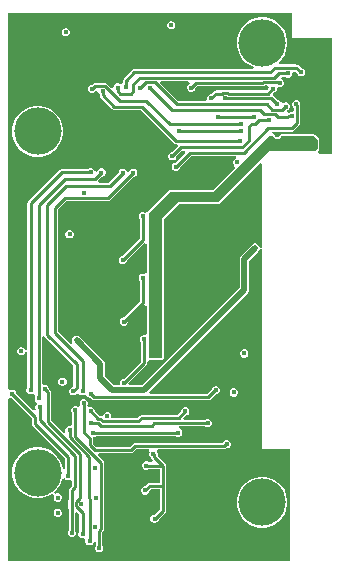
<source format=gbr>
G04*
G04 #@! TF.GenerationSoftware,Altium Limited,Altium Designer,24.9.1 (31)*
G04*
G04 Layer_Physical_Order=1*
G04 Layer_Color=255*
%FSLAX44Y44*%
%MOMM*%
G71*
G04*
G04 #@! TF.SameCoordinates,E7EBA232-3E41-4796-8E0E-ADA696DDDB0D*
G04*
G04*
G04 #@! TF.FilePolarity,Positive*
G04*
G01*
G75*
%ADD11C,0.2200*%
%ADD12C,0.5000*%
%ADD13C,4.0000*%
%ADD14C,0.4000*%
G36*
X240000Y443000D02*
X274000D01*
Y345000D01*
X263125D01*
X262296Y347000D01*
X263148Y347852D01*
X263624Y349000D01*
Y357000D01*
X263148Y358148D01*
X260148Y361148D01*
X259000Y361624D01*
X231408D01*
X231110Y361500D01*
X230787D01*
X230558Y361272D01*
X230260Y361148D01*
X230136Y360850D01*
X229908Y360621D01*
X229591Y359855D01*
X229063Y359328D01*
X228373Y359042D01*
X227627D01*
X226937Y359328D01*
X226409Y359855D01*
X226092Y360621D01*
X225864Y360850D01*
X225740Y361148D01*
X225442Y361272D01*
X225213Y361500D01*
X224890D01*
X224592Y361624D01*
X224417D01*
X223347Y363624D01*
X223465Y363799D01*
X240000D01*
X240000Y363799D01*
X241014Y364001D01*
X241875Y364576D01*
X246474Y369175D01*
X247049Y370036D01*
X247251Y371050D01*
X247251Y371050D01*
Y385127D01*
X247174Y385516D01*
X247500Y386304D01*
Y387696D01*
X246967Y388983D01*
X245983Y389967D01*
X244696Y390500D01*
X243304D01*
X242017Y389967D01*
X241033Y388983D01*
X240500Y387696D01*
Y386304D01*
X241033Y385017D01*
X241949Y384101D01*
Y381337D01*
X240696Y380500D01*
X239304D01*
X238017Y379967D01*
X237357Y379306D01*
X237161D01*
X237005Y379276D01*
X236947Y379309D01*
X235774Y381070D01*
X236204Y381711D01*
X236983Y382033D01*
X237967Y383017D01*
X238500Y384304D01*
Y385696D01*
X237967Y386983D01*
X236983Y387967D01*
X235696Y388500D01*
X234304D01*
X233333Y388098D01*
X232922Y388008D01*
X231037Y388815D01*
X230967Y388983D01*
X229983Y389967D01*
X228696Y390500D01*
X228249D01*
X224874Y393875D01*
X224444Y394162D01*
X224349Y394500D01*
X224696Y396500D01*
X225983Y397033D01*
X226967Y398017D01*
X227500Y399304D01*
Y400082D01*
X228831Y401289D01*
X229304Y401500D01*
X230696D01*
X231983Y402033D01*
X232967Y403017D01*
X233500Y404304D01*
Y405696D01*
X232967Y406983D01*
X231983Y407967D01*
X231423Y409389D01*
X231862Y410349D01*
X234701D01*
X235017Y410033D01*
X236304Y409500D01*
X237696D01*
X238983Y410033D01*
X239967Y411017D01*
X240500Y412304D01*
Y413696D01*
X241243Y414526D01*
X242836Y414563D01*
X244500Y413304D01*
X245033Y412017D01*
X246017Y411033D01*
X247304Y410500D01*
X248696D01*
X249983Y411033D01*
X250967Y412017D01*
X251500Y413304D01*
Y414696D01*
X250967Y415983D01*
X249983Y416967D01*
X248696Y417500D01*
X248249D01*
X245875Y419874D01*
X245014Y420449D01*
X244000Y420651D01*
X244000Y420651D01*
X229553D01*
X229056Y422651D01*
X231700Y425295D01*
X234053Y428816D01*
X235674Y432729D01*
X236500Y436882D01*
Y441118D01*
X235674Y445271D01*
X234053Y449184D01*
X231700Y452705D01*
X228705Y455700D01*
X225184Y458053D01*
X221271Y459674D01*
X217118Y460500D01*
X212882D01*
X208729Y459674D01*
X204816Y458053D01*
X201295Y455700D01*
X198300Y452705D01*
X195947Y449184D01*
X194326Y445271D01*
X193500Y441118D01*
Y436882D01*
X194326Y432729D01*
X195947Y428816D01*
X198300Y425295D01*
X201295Y422300D01*
X204816Y419947D01*
X207945Y418651D01*
X207547Y416651D01*
X107000D01*
X107000Y416651D01*
X105985Y416449D01*
X105126Y415874D01*
X97781Y408530D01*
X97206Y407670D01*
X97005Y406656D01*
X97005Y406656D01*
Y404773D01*
X95108Y403988D01*
X94858Y404092D01*
X93571Y404625D01*
X92179D01*
X90892Y404092D01*
X89908Y403108D01*
X89375Y401821D01*
Y401708D01*
X87375Y400879D01*
X83780Y404474D01*
X82920Y405049D01*
X81905Y405251D01*
X81905Y405251D01*
X73789D01*
X73789Y405251D01*
X72774Y405049D01*
X71914Y404474D01*
X71914Y404474D01*
X70940Y403500D01*
X70304D01*
X69017Y402967D01*
X68033Y401983D01*
X67500Y400696D01*
Y399304D01*
X68033Y398017D01*
X69017Y397033D01*
X70304Y396500D01*
X71696D01*
X72983Y397033D01*
X73967Y398017D01*
X74190Y398554D01*
X74500Y398607D01*
X76500Y397304D01*
X77033Y396017D01*
X77397Y395653D01*
Y394953D01*
X77397Y394952D01*
X77599Y393938D01*
X78173Y393078D01*
X88125Y383126D01*
X88125Y383125D01*
X88986Y382551D01*
X90000Y382349D01*
X111902D01*
X140126Y354126D01*
X140985Y353551D01*
X142000Y353349D01*
X142000Y353349D01*
X142772D01*
X143600Y351349D01*
X138751Y346500D01*
X138304D01*
X137017Y345967D01*
X136033Y344983D01*
X135500Y343696D01*
Y342304D01*
X136033Y341017D01*
X137017Y340033D01*
X138304Y339500D01*
X139696D01*
X140983Y340033D01*
X141967Y341017D01*
X142500Y342304D01*
Y342751D01*
X147498Y347749D01*
X149387D01*
X150152Y345901D01*
X141751Y337500D01*
X141304D01*
X140017Y336967D01*
X139033Y335983D01*
X138500Y334696D01*
Y333304D01*
X139033Y332017D01*
X140017Y331033D01*
X141304Y330500D01*
X142696D01*
X143983Y331033D01*
X144967Y332017D01*
X145500Y333304D01*
Y333751D01*
X155098Y343349D01*
X192939D01*
X193304Y341500D01*
X192017Y340967D01*
X191033Y339983D01*
X190500Y338696D01*
Y337304D01*
X191033Y336017D01*
X191463Y335587D01*
X191819Y333115D01*
X173328Y314624D01*
X137000D01*
X135852Y314148D01*
X117852Y296148D01*
X117787Y295991D01*
X116235Y295110D01*
X115454Y295186D01*
X114696Y295500D01*
X113304D01*
X112017Y294967D01*
X111033Y293983D01*
X110500Y292696D01*
Y291304D01*
X111033Y290017D01*
X111349Y289701D01*
Y273098D01*
X96751Y258500D01*
X96304D01*
X95017Y257967D01*
X94033Y256983D01*
X93500Y255696D01*
Y254304D01*
X94033Y253017D01*
X95017Y252033D01*
X96304Y251500D01*
X97696D01*
X98983Y252033D01*
X99967Y253017D01*
X100500Y254304D01*
Y254751D01*
X115377Y269627D01*
X117341Y268936D01*
X117376Y268907D01*
Y244390D01*
X116997Y244003D01*
X115376Y243218D01*
X114696Y243500D01*
X113304D01*
X112017Y242967D01*
X111033Y241983D01*
X110500Y240696D01*
Y239304D01*
X111033Y238017D01*
X111349Y237701D01*
Y220098D01*
X97751Y206500D01*
X97304D01*
X96017Y205967D01*
X95033Y204983D01*
X94500Y203696D01*
Y202304D01*
X95033Y201017D01*
X96017Y200033D01*
X97304Y199500D01*
X98696D01*
X99983Y200033D01*
X100967Y201017D01*
X101500Y202304D01*
Y202751D01*
X115377Y216628D01*
X117341Y215936D01*
X117376Y215907D01*
Y192969D01*
X115696Y191500D01*
X114304D01*
X113017Y190967D01*
X112033Y189983D01*
X111500Y188696D01*
Y187304D01*
X112033Y186017D01*
X112349Y185701D01*
Y169098D01*
X97751Y154500D01*
X97304D01*
X96017Y153967D01*
X95033Y152983D01*
X94500Y151696D01*
Y150304D01*
X93681Y149078D01*
X89689D01*
X82078Y156689D01*
Y167000D01*
X81768Y168561D01*
X80884Y169884D01*
X80884Y169884D01*
X60884Y189884D01*
X59561Y190768D01*
X58000Y191078D01*
X56439Y190768D01*
X55116Y189884D01*
X54232Y188561D01*
X53922Y187000D01*
X54232Y185439D01*
X54421Y185156D01*
X52868Y183881D01*
X42651Y194098D01*
Y297902D01*
X49498Y304749D01*
X84400D01*
X84400Y304749D01*
X85414Y304951D01*
X86274Y305525D01*
X106249Y325500D01*
X106696D01*
X107983Y326033D01*
X108967Y327017D01*
X109500Y328304D01*
Y329696D01*
X108967Y330983D01*
X107983Y331967D01*
X106696Y332500D01*
X105304D01*
X104017Y331967D01*
X103033Y330983D01*
X102906Y330676D01*
X100709Y329869D01*
X100577Y329882D01*
X100388Y329966D01*
X99967Y330983D01*
X98983Y331967D01*
X97696Y332500D01*
X96304D01*
X95017Y331967D01*
X94033Y330983D01*
X93500Y329696D01*
Y329249D01*
X84902Y320651D01*
X77018D01*
X76275Y322651D01*
X79249Y325625D01*
X79696D01*
X80983Y326158D01*
X81967Y327142D01*
X82500Y328429D01*
Y329821D01*
X81967Y331108D01*
X80983Y332092D01*
X79696Y332625D01*
X78304D01*
X77017Y332092D01*
X76033Y331108D01*
X75500Y329821D01*
X73629Y330131D01*
X73500Y330183D01*
X72967Y331470D01*
X71983Y332454D01*
X70696Y332987D01*
X69304D01*
X68017Y332454D01*
X67701Y332138D01*
X45487D01*
X44473Y331936D01*
X43613Y331362D01*
X43612Y331362D01*
X17126Y304874D01*
X16551Y304014D01*
X16349Y303000D01*
X16349Y303000D01*
Y180932D01*
X16139Y179019D01*
X16139Y179019D01*
Y179019D01*
X14500Y178696D01*
X14312Y179151D01*
X13967Y179983D01*
X12983Y180967D01*
X11696Y181500D01*
X10304D01*
X9017Y180967D01*
X8033Y179983D01*
X7500Y178696D01*
Y177304D01*
X8033Y176017D01*
X9017Y175033D01*
X10304Y174500D01*
X11696D01*
X12983Y175033D01*
X13967Y176017D01*
X14312Y176849D01*
X14500Y177304D01*
X16139Y176981D01*
Y176981D01*
X16139Y176981D01*
X16349Y175068D01*
Y147299D01*
X16033Y146983D01*
X15500Y145696D01*
Y144304D01*
X16033Y143017D01*
X17017Y142033D01*
X18304Y141500D01*
X19696D01*
X20542Y141850D01*
X22188Y141272D01*
X22717Y140939D01*
X23000Y140000D01*
X22467Y138714D01*
Y137321D01*
X23000Y136035D01*
X23834Y135201D01*
X23992Y134889D01*
X24089Y132842D01*
X23729Y132483D01*
X23196Y131196D01*
Y129804D01*
X23729Y128517D01*
X23509Y128196D01*
X20926Y127950D01*
X6844Y142032D01*
Y142479D01*
X6312Y143765D01*
X5327Y144750D01*
X4041Y145283D01*
X2648D01*
X2000Y145014D01*
X329Y145839D01*
X0Y146186D01*
Y464000D01*
X240000D01*
Y443000D01*
D02*
G37*
G36*
X153859Y404774D02*
X153510Y404171D01*
X153017Y403967D01*
X152033Y402983D01*
X151500Y401696D01*
Y400304D01*
X152033Y399017D01*
X153017Y398033D01*
X154304Y397500D01*
X155696D01*
X156983Y398033D01*
X157967Y399017D01*
X158500Y400304D01*
Y400567D01*
X160282Y402349D01*
X215494D01*
X215495Y402349D01*
X216509Y402551D01*
X217105Y402949D01*
X219386D01*
X220605Y400949D01*
X220500Y400696D01*
Y400544D01*
X218607Y398651D01*
X187516D01*
X186920Y399049D01*
X185905Y399251D01*
X185905Y399251D01*
X182095D01*
X182095Y399251D01*
X181080Y399049D01*
X180484Y398651D01*
X176000D01*
X174986Y398449D01*
X174125Y397874D01*
X174125Y397874D01*
X171751Y395500D01*
X171304D01*
X170017Y394967D01*
X169033Y393983D01*
X168500Y392696D01*
Y391304D01*
X167020Y389651D01*
X144098D01*
X128823Y404926D01*
X129588Y406774D01*
X152708D01*
X153859Y404774D01*
D02*
G37*
G36*
X262000Y357000D02*
Y349000D01*
X260000Y347000D01*
X221000D01*
X178000Y304000D01*
X144000D01*
X130000Y290000D01*
Y172000D01*
X119000D01*
Y295000D01*
X137000Y313000D01*
X174000D01*
X221000Y360000D01*
X224592D01*
X225033Y358936D01*
X226017Y357951D01*
X227304Y357418D01*
X228696D01*
X229983Y357951D01*
X230967Y358936D01*
X231408Y360000D01*
X259000D01*
X262000Y357000D01*
D02*
G37*
G36*
X215000Y336091D02*
Y265591D01*
X213000Y265394D01*
X212768Y266561D01*
X211884Y267884D01*
X210561Y268768D01*
X209000Y269078D01*
X207439Y268768D01*
X206116Y267884D01*
X197116Y258884D01*
X196232Y257561D01*
X195922Y256000D01*
X195922Y256000D01*
Y231689D01*
X113311Y149078D01*
X102319D01*
X102275Y149144D01*
X101827Y151078D01*
X116874Y166125D01*
X116875Y166126D01*
X117449Y166985D01*
X117651Y168000D01*
Y168771D01*
X119000Y170376D01*
X130000D01*
X131148Y170852D01*
X131624Y172000D01*
Y289327D01*
X144672Y302376D01*
X178000D01*
X179148Y302852D01*
X213152Y336856D01*
X215000Y336091D01*
D02*
G37*
G36*
Y264409D02*
Y95000D01*
X239000D01*
Y0D01*
X0D01*
Y137380D01*
X329Y137727D01*
X2000Y138551D01*
X2648Y138283D01*
X3095D01*
X20345Y121033D01*
Y116004D01*
X20345Y116004D01*
X20547Y114989D01*
X21122Y114129D01*
X48349Y86902D01*
Y78073D01*
X46349Y77876D01*
X45674Y81271D01*
X44053Y85184D01*
X41700Y88705D01*
X38705Y91700D01*
X35184Y94053D01*
X31271Y95674D01*
X27118Y96500D01*
X22882D01*
X18729Y95674D01*
X14816Y94053D01*
X11295Y91700D01*
X8300Y88705D01*
X5947Y85184D01*
X4326Y81271D01*
X3500Y77118D01*
Y72882D01*
X4326Y68729D01*
X5947Y64816D01*
X8300Y61295D01*
X11295Y58300D01*
X14816Y55947D01*
X18729Y54326D01*
X22882Y53500D01*
X27118D01*
X31271Y54326D01*
X35184Y55947D01*
X37485Y57484D01*
X39063Y56133D01*
X39033Y55983D01*
X38842Y55523D01*
X38500Y54696D01*
Y53304D01*
X39033Y52017D01*
X40017Y51033D01*
X41304Y50500D01*
X42696D01*
X43983Y51033D01*
X44967Y52017D01*
X45500Y53304D01*
Y54696D01*
X44967Y55983D01*
X43983Y56967D01*
X42696Y57500D01*
X41304D01*
X40017Y56967D01*
X40017D01*
X40907Y57336D01*
X39998Y56995D01*
X38928Y58495D01*
X38925Y58520D01*
X39637Y59231D01*
X41700Y61295D01*
X44053Y64816D01*
X45674Y68729D01*
X45910Y69916D01*
X47990Y70121D01*
X48033Y70017D01*
X49017Y69033D01*
X50304Y68500D01*
X51696D01*
X52349Y68770D01*
X54013Y67952D01*
X54349Y67599D01*
Y64098D01*
X52126Y61874D01*
X51551Y61014D01*
X51349Y60000D01*
X51349Y60000D01*
Y53099D01*
X51251Y52952D01*
X51049Y51938D01*
X51049Y51938D01*
Y45062D01*
X51049Y45062D01*
X51251Y44048D01*
X51349Y43901D01*
Y26299D01*
X51033Y25983D01*
X50500Y24696D01*
Y23304D01*
X51033Y22017D01*
X52017Y21033D01*
X53304Y20500D01*
X54696D01*
X55983Y21033D01*
X56967Y22017D01*
X57500Y23304D01*
Y24696D01*
X56967Y25983D01*
X56651Y26299D01*
Y40982D01*
X58499Y41747D01*
X60349Y39897D01*
Y25299D01*
X60033Y24983D01*
X59500Y23696D01*
Y22304D01*
X60033Y21017D01*
X61017Y20033D01*
X62304Y19500D01*
X63696D01*
X64162Y19693D01*
X65693Y18162D01*
X65500Y17696D01*
Y16304D01*
X66033Y15017D01*
X67017Y14033D01*
X68304Y13500D01*
X69696D01*
X70983Y14033D01*
X71967Y15017D01*
X72500Y16304D01*
X74349Y15940D01*
Y13299D01*
X74033Y12983D01*
X73500Y11696D01*
Y10304D01*
X74033Y9017D01*
X75017Y8033D01*
X76304Y7500D01*
X77696D01*
X78983Y8033D01*
X79967Y9017D01*
X80500Y10304D01*
Y11696D01*
X79967Y12983D01*
X79651Y13299D01*
Y24397D01*
X80599Y25345D01*
X80599Y25345D01*
X81174Y26205D01*
X81376Y27220D01*
Y83537D01*
X81174Y84552D01*
X80599Y85412D01*
X76510Y89501D01*
X77275Y91349D01*
X104251D01*
X104251Y91349D01*
X105266Y91551D01*
X106125Y92126D01*
X108749Y94749D01*
X118971D01*
X119543Y93798D01*
X119936Y92749D01*
X119500Y91696D01*
Y90304D01*
X120033Y89017D01*
X120768Y88283D01*
X120895Y87641D01*
X121470Y86781D01*
X122752Y85499D01*
X121987Y83651D01*
X119299D01*
X118983Y83967D01*
X117696Y84500D01*
X116304D01*
X115017Y83967D01*
X114033Y82983D01*
X113500Y81696D01*
Y80304D01*
X114033Y79017D01*
X115017Y78033D01*
X116304Y77500D01*
X117696D01*
X118983Y78033D01*
X119299Y78349D01*
X128349D01*
Y66651D01*
X120000D01*
X118986Y66449D01*
X118125Y65875D01*
X118125Y65874D01*
X115751Y63500D01*
X115304D01*
X114017Y62967D01*
X113033Y61983D01*
X112500Y60696D01*
Y59304D01*
X113033Y58017D01*
X114017Y57033D01*
X115304Y56500D01*
X116696D01*
X117983Y57033D01*
X118967Y58017D01*
X119500Y59304D01*
Y59751D01*
X121098Y61349D01*
X128349D01*
Y44098D01*
X123751Y39500D01*
X123304D01*
X122017Y38967D01*
X121033Y37983D01*
X120500Y36696D01*
Y35304D01*
X121033Y34017D01*
X122017Y33033D01*
X123304Y32500D01*
X124696D01*
X125983Y33033D01*
X126967Y34017D01*
X127500Y35304D01*
Y35751D01*
X132874Y41125D01*
X133449Y41986D01*
X133651Y43000D01*
Y64000D01*
Y81000D01*
X133449Y82015D01*
X132874Y82874D01*
X132874Y82874D01*
X126191Y89558D01*
X126500Y90304D01*
Y91696D01*
X126064Y92749D01*
X126457Y93798D01*
X127029Y94749D01*
X182913D01*
X182913Y94749D01*
X183927Y94951D01*
X184749Y95500D01*
X185696D01*
X186983Y96033D01*
X187967Y97017D01*
X188500Y98304D01*
Y99696D01*
X187967Y100983D01*
X186983Y101967D01*
X185696Y102500D01*
X184304D01*
X183017Y101967D01*
X182033Y100983D01*
X181647Y100051D01*
X107651D01*
X107651Y100051D01*
X106636Y99849D01*
X105776Y99274D01*
X105776Y99274D01*
X103153Y96651D01*
X74593D01*
X72051Y99193D01*
Y101167D01*
X72234Y102089D01*
X72234Y102089D01*
Y103911D01*
X72234Y103911D01*
X72196Y104994D01*
X73483Y105533D01*
X74049Y106099D01*
X141951D01*
X142017Y106033D01*
X143304Y105500D01*
X144696D01*
X145983Y106033D01*
X146967Y107017D01*
X147500Y108304D01*
Y109696D01*
X146967Y110983D01*
X145983Y111967D01*
X144696Y112500D01*
X145061Y114349D01*
X166701D01*
X167017Y114033D01*
X168304Y113500D01*
X169696D01*
X170983Y114033D01*
X171967Y115017D01*
X172500Y116304D01*
Y117696D01*
X171967Y118983D01*
X170983Y119967D01*
X169696Y120500D01*
X168304D01*
X167017Y119967D01*
X166701Y119651D01*
X149013D01*
X148248Y121499D01*
X150249Y123500D01*
X150696D01*
X151983Y124033D01*
X152967Y125017D01*
X153500Y126304D01*
Y127696D01*
X152967Y128983D01*
X151983Y129967D01*
X150696Y130500D01*
X149304D01*
X148017Y129967D01*
X147033Y128983D01*
X146500Y127696D01*
Y127249D01*
X143302Y124051D01*
X113327D01*
X113326Y124051D01*
X112312Y123849D01*
X111452Y123274D01*
X111452Y123274D01*
X109228Y121051D01*
X88337D01*
X87500Y122304D01*
Y123696D01*
X86967Y124983D01*
X85983Y125967D01*
X84696Y126500D01*
X83304D01*
X82017Y125967D01*
X81033Y124983D01*
X80736Y124267D01*
X79214Y123384D01*
X78500Y123211D01*
X77795Y123351D01*
X77794Y123351D01*
X77398D01*
X73505Y127244D01*
Y127691D01*
X72972Y128977D01*
X71988Y129962D01*
X70701Y130495D01*
X69309D01*
X68651Y130222D01*
X68214Y130436D01*
X66967Y132017D01*
X67500Y133304D01*
Y134696D01*
X66967Y135983D01*
X65983Y136967D01*
X64696Y137500D01*
X63304D01*
X62017Y136967D01*
X61033Y135983D01*
X60500Y134696D01*
Y133304D01*
X61033Y132017D01*
X59580Y130696D01*
X59349Y130601D01*
X58983Y130967D01*
X57696Y131500D01*
X56304D01*
X55017Y130967D01*
X54033Y129983D01*
X53500Y128696D01*
Y127304D01*
X54033Y126017D01*
X54349Y125701D01*
Y115980D01*
X52696Y114500D01*
X51304D01*
X50017Y113967D01*
X49033Y112983D01*
X48500Y111696D01*
Y110304D01*
X48804Y109571D01*
X47108Y108438D01*
X36651Y118895D01*
Y143000D01*
X36449Y144014D01*
X35875Y144874D01*
X35874Y144874D01*
X34500Y146249D01*
Y146696D01*
X33967Y147983D01*
X32983Y148967D01*
X31696Y149500D01*
X30304D01*
X28651Y150980D01*
Y189624D01*
X30506Y190852D01*
X30651Y190836D01*
X31126Y190126D01*
X55349Y165902D01*
Y148098D01*
X54751Y147500D01*
X54304D01*
X53017Y146967D01*
X52033Y145983D01*
X51500Y144696D01*
Y143304D01*
X52033Y142017D01*
X53017Y141033D01*
X54304Y140500D01*
X55696D01*
X56983Y141033D01*
X57967Y142017D01*
X60033D01*
X61017Y141033D01*
X62304Y140500D01*
X63696D01*
X64667Y140902D01*
X65078Y140992D01*
X66963Y140185D01*
X67033Y140017D01*
X68017Y139033D01*
X69304Y138500D01*
X69751D01*
X71125Y137126D01*
X71125Y137126D01*
X71986Y136551D01*
X73000Y136349D01*
X73000Y136349D01*
X169513D01*
X169513Y136349D01*
X170527Y136551D01*
X171387Y137126D01*
X175762Y141500D01*
X176696D01*
X177983Y142033D01*
X178967Y143017D01*
X179500Y144304D01*
Y145696D01*
X178967Y146983D01*
X177983Y147967D01*
X176696Y148500D01*
X175304D01*
X174017Y147967D01*
X173033Y146983D01*
X172528Y145764D01*
X168415Y141651D01*
X120247D01*
X119419Y143651D01*
X202884Y227116D01*
X202884Y227116D01*
X203768Y228439D01*
X204078Y230000D01*
Y254311D01*
X211884Y262116D01*
X212768Y263439D01*
X213000Y264606D01*
X215000Y264409D01*
D02*
G37*
%LPC*%
G36*
X138696Y457500D02*
X137304D01*
X136017Y456967D01*
X135033Y455983D01*
X134500Y454696D01*
Y453304D01*
X135033Y452017D01*
X136017Y451033D01*
X137304Y450500D01*
X138696D01*
X139983Y451033D01*
X140967Y452017D01*
X141500Y453304D01*
Y454696D01*
X140967Y455983D01*
X139983Y456967D01*
X138696Y457500D01*
D02*
G37*
G36*
X49696Y451500D02*
X48304D01*
X47017Y450967D01*
X46033Y449983D01*
X45500Y448696D01*
Y447304D01*
X46033Y446017D01*
X47017Y445033D01*
X48304Y444500D01*
X49696D01*
X50983Y445033D01*
X51967Y446017D01*
X52500Y447304D01*
Y448696D01*
X51967Y449983D01*
X50983Y450967D01*
X49696Y451500D01*
D02*
G37*
G36*
X27118Y385500D02*
X22882D01*
X18729Y384674D01*
X14816Y383053D01*
X11295Y380700D01*
X8300Y377705D01*
X5947Y374184D01*
X4326Y370271D01*
X3500Y366118D01*
Y361882D01*
X4326Y357729D01*
X5947Y353816D01*
X8300Y350295D01*
X11295Y347300D01*
X14816Y344947D01*
X18729Y343326D01*
X22882Y342500D01*
X27118D01*
X31271Y343326D01*
X35184Y344947D01*
X38705Y347300D01*
X41700Y350295D01*
X44053Y353816D01*
X45674Y357729D01*
X46500Y361882D01*
Y366118D01*
X45674Y370271D01*
X44053Y374184D01*
X41700Y377705D01*
X38705Y380700D01*
X35184Y383053D01*
X31271Y384674D01*
X27118Y385500D01*
D02*
G37*
G36*
X52696Y280429D02*
X51304D01*
X50017Y279896D01*
X49033Y278912D01*
X48500Y277625D01*
Y276233D01*
X49033Y274946D01*
X50017Y273962D01*
X51304Y273429D01*
X52696D01*
X53983Y273962D01*
X54967Y274946D01*
X55500Y276233D01*
Y277625D01*
X54967Y278912D01*
X53983Y279896D01*
X52696Y280429D01*
D02*
G37*
G36*
X200696Y179500D02*
X199304D01*
X198017Y178967D01*
X197033Y177983D01*
X196500Y176696D01*
Y175304D01*
X197033Y174017D01*
X198017Y173033D01*
X199304Y172500D01*
X200696D01*
X201983Y173033D01*
X202967Y174017D01*
X203500Y175304D01*
Y176696D01*
X202967Y177983D01*
X201983Y178967D01*
X200696Y179500D01*
D02*
G37*
G36*
X46696Y155500D02*
X45304D01*
X44017Y154967D01*
X43033Y153983D01*
X42500Y152696D01*
Y151304D01*
X43033Y150017D01*
X44017Y149033D01*
X45304Y148500D01*
X46696D01*
X47983Y149033D01*
X48967Y150017D01*
X49500Y151304D01*
Y152696D01*
X48967Y153983D01*
X47983Y154967D01*
X46696Y155500D01*
D02*
G37*
G36*
X191696Y146500D02*
X190304D01*
X189017Y145967D01*
X188033Y144983D01*
X187500Y143696D01*
Y142304D01*
X188033Y141017D01*
X189017Y140033D01*
X190304Y139500D01*
X191696D01*
X192983Y140033D01*
X193967Y141017D01*
X194500Y142304D01*
Y143696D01*
X193967Y144983D01*
X192983Y145967D01*
X191696Y146500D01*
D02*
G37*
G36*
X42696Y44500D02*
X41304D01*
X40017Y43967D01*
X39033Y42983D01*
X38500Y41696D01*
Y40304D01*
X39033Y39017D01*
X40017Y38033D01*
X41304Y37500D01*
X42696D01*
X43983Y38033D01*
X44967Y39017D01*
X45500Y40304D01*
Y41696D01*
X44967Y42983D01*
X43983Y43967D01*
X42696Y44500D01*
D02*
G37*
G36*
X217118Y71500D02*
X212882D01*
X208729Y70674D01*
X204816Y69053D01*
X201295Y66700D01*
X198300Y63705D01*
X195947Y60184D01*
X194326Y56271D01*
X193500Y52118D01*
Y47882D01*
X194326Y43729D01*
X195947Y39816D01*
X198300Y36295D01*
X201295Y33300D01*
X204816Y30947D01*
X208729Y29326D01*
X212882Y28500D01*
X217118D01*
X221271Y29326D01*
X225184Y30947D01*
X228705Y33300D01*
X231700Y36295D01*
X234053Y39816D01*
X235674Y43729D01*
X236500Y47882D01*
Y52118D01*
X235674Y56271D01*
X234053Y60184D01*
X231700Y63705D01*
X228705Y66700D01*
X225184Y69053D01*
X221271Y70674D01*
X217118Y71500D01*
D02*
G37*
%LPD*%
D11*
X3344Y141783D02*
X22996Y122131D01*
Y116004D02*
Y122131D01*
Y116004D02*
X51000Y88000D01*
Y72000D02*
Y88000D01*
X25967Y138017D02*
X26000Y138050D01*
Y302000D01*
X48000Y324000D01*
X19000Y145000D02*
Y303000D01*
X45487Y329487D01*
X48000Y324000D02*
X73875D01*
X79000Y329125D01*
X26696Y119868D02*
X57000Y89564D01*
X26696Y119868D02*
Y130500D01*
X110326Y118400D02*
X113326Y121400D01*
X77795Y120700D02*
X80095Y118400D01*
X110326D01*
X121577Y114700D02*
X123877Y117000D01*
X78562Y114700D02*
X121577D01*
X76262Y117000D02*
X78562Y114700D01*
X76300Y120700D02*
X77795D01*
X70000Y117000D02*
X76262D01*
X123877D02*
X168169D01*
X168169Y117000D01*
X113326Y121400D02*
X144400D01*
X168169Y117000D02*
X169000D01*
X70005Y126995D02*
X76300Y120700D01*
X144400Y121400D02*
X150000Y127000D01*
X34000Y117797D02*
X60700Y91097D01*
Y53705D02*
Y91097D01*
X57400Y50405D02*
X60700Y53705D01*
X53700Y45062D02*
X54000Y44762D01*
X53700Y51938D02*
X54000Y52238D01*
X53700Y45062D02*
Y51938D01*
X54000Y52238D02*
Y60000D01*
X57400Y46595D02*
X63000Y40995D01*
X57400Y46595D02*
Y50405D01*
X54000Y24000D02*
Y44762D01*
X63000Y23000D02*
Y40995D01*
X48400Y307400D02*
X84400D01*
X106000Y329000D01*
X40000Y299000D02*
X48400Y307400D01*
X98000Y151000D02*
X115000Y168000D01*
Y188000D01*
X98000Y203000D02*
X114000Y219000D01*
Y240000D01*
X97000Y255000D02*
X114000Y272000D01*
Y292000D01*
X124000Y36000D02*
X131000Y43000D01*
Y64000D01*
X120000D02*
X131000D01*
X116000Y60000D02*
X120000Y64000D01*
X117000Y81000D02*
X131000D01*
X123344Y88656D02*
X131000Y81000D01*
X123000Y91000D02*
X123344Y90656D01*
Y88656D02*
Y90656D01*
X131000Y64000D02*
Y81000D01*
X73495Y94000D02*
X104251D01*
X107651Y97400D01*
X182913D01*
X184513Y99000D02*
X185000D01*
X182913Y97400D02*
X184513Y99000D01*
X69400Y98095D02*
X73495Y94000D01*
X57000Y105262D02*
X78725Y83537D01*
X77000Y25495D02*
X78725Y27220D01*
Y83537D01*
X77000Y11000D02*
Y25495D01*
X69000Y17000D02*
Y52758D01*
X68400Y53358D02*
Y88630D01*
Y53358D02*
X69000Y52758D01*
X52000Y105029D02*
X68400Y88630D01*
X69400Y101905D02*
X69583Y102089D01*
X69400Y98095D02*
Y101905D01*
X57000Y63000D02*
Y89564D01*
Y105262D02*
Y128000D01*
X69583Y102089D02*
Y103911D01*
X64000Y109495D02*
X69583Y103911D01*
X34000Y117797D02*
Y143000D01*
X52000Y105029D02*
Y111000D01*
X221961Y414000D02*
X225961Y418000D01*
X99656Y406656D02*
X107000Y414000D01*
X221961D01*
X111425Y409425D02*
X225425D01*
X229000Y413000D01*
X228383Y405344D02*
X229656D01*
X230000Y405000D01*
X228127Y405600D02*
X228383Y405344D01*
X216095Y405600D02*
X228127D01*
X159184Y405000D02*
X215495D01*
X216095Y405600D01*
X219705Y396000D02*
X223705Y400000D01*
X176000Y396000D02*
X181495D01*
X182095Y396600D02*
X185905D01*
X186505Y396000D01*
X172000Y392000D02*
X176000Y396000D01*
X186505D02*
X219705D01*
X181495D02*
X182095Y396600D01*
X223705Y400000D02*
X224000D01*
X155184Y401000D02*
X159184Y405000D01*
X237161Y376656D02*
X239656D01*
X216400Y378600D02*
X225905D01*
X236905Y376400D02*
X237161Y376656D01*
X225905Y378600D02*
X228105Y376400D01*
X236905D01*
X239656Y376656D02*
X240000Y377000D01*
X223700Y382300D02*
X231813D01*
X234513Y385000D01*
X235000D01*
X204191Y368191D02*
X206544Y370544D01*
X209050D01*
X212505Y374000D01*
X221000D01*
X73000Y139000D02*
X169513D01*
X63000Y144000D02*
Y170000D01*
X40000Y193000D02*
Y299000D01*
Y193000D02*
X63000Y170000D01*
X33000Y192000D02*
Y301944D01*
X58000Y147000D02*
Y167000D01*
X33000Y192000D02*
X58000Y167000D01*
X169513Y139000D02*
X175513Y145000D01*
X70000Y142000D02*
X73000Y139000D01*
X175513Y145000D02*
X176000D01*
X220450Y366450D02*
X240000D01*
X200000Y346000D02*
X220450Y366450D01*
X154000Y346000D02*
X200000D01*
X240000Y366450D02*
X244600Y371050D01*
Y385127D01*
X204191Y356191D02*
Y368191D01*
X198400Y350400D02*
X204191Y356191D01*
X146400Y350400D02*
X198400D01*
X219000Y387000D02*
X223700Y382300D01*
X213000Y382000D02*
X216400Y378600D01*
X142000Y356000D02*
X196000D01*
X90000Y385000D02*
X113000D01*
X142000Y356000D01*
X80048Y394952D02*
X90000Y385000D01*
X81905Y402600D02*
X94505Y390000D01*
X117000D01*
X137000Y370000D01*
X197000D01*
X244000Y387000D02*
X244344Y386656D01*
Y385383D02*
X244600Y385127D01*
X244344Y385383D02*
Y386656D01*
X31000Y146000D02*
X34000Y143000D01*
X64000Y109495D02*
Y134000D01*
X54000Y60000D02*
X57000Y63000D01*
X145000Y364000D02*
X197000D01*
X178000Y376000D02*
X208000D01*
X119875Y401125D02*
X139000Y382000D01*
X213000D01*
X143000Y387000D02*
X219000D01*
X124275Y405725D02*
X143000Y387000D01*
X223000Y392000D02*
X228000Y387000D01*
X184000Y392000D02*
X223000D01*
X139000Y343000D02*
X146400Y350400D01*
X142000Y334000D02*
X154000Y346000D01*
X155000Y401000D02*
X155184D01*
X116725Y405725D02*
X124275D01*
X104000Y396000D02*
X106000Y398000D01*
X95000Y396000D02*
X104000D01*
X92923Y398077D02*
X95000Y396000D01*
X106000Y404000D02*
X111425Y409425D01*
X106000Y398000D02*
Y404000D01*
X80000Y398000D02*
X80048Y397952D01*
Y394952D02*
Y397952D01*
X92875Y401125D02*
X92923Y401077D01*
Y398077D02*
Y401077D01*
X99656Y401344D02*
Y406656D01*
X71000Y400000D02*
X71189D01*
X73789Y402600D01*
X81905D01*
X112000Y401000D02*
X116725Y405725D01*
X229000Y413000D02*
X237000D01*
X244000Y418000D02*
X248000Y414000D01*
X225961Y418000D02*
X244000D01*
X55000Y144000D02*
X58000Y147000D01*
X49056Y318000D02*
X86000D01*
X97000Y329000D01*
X33000Y301944D02*
X49056Y318000D01*
X71750Y108750D02*
X143750D01*
X144000Y109000D01*
X71500Y108500D02*
X71750Y108750D01*
X45487Y329487D02*
X70000D01*
D12*
X115000Y145000D02*
X200000Y230000D01*
Y256000D02*
X209000Y265000D01*
X200000Y230000D02*
Y256000D01*
X88000Y145000D02*
X115000D01*
X78000Y155000D02*
X88000Y145000D01*
X78000Y155000D02*
Y167000D01*
X58000Y187000D02*
X78000Y167000D01*
D13*
X215000Y439000D02*
D03*
X25000Y364000D02*
D03*
Y75000D02*
D03*
X215000Y50000D02*
D03*
D14*
X3344Y141783D02*
D03*
X19000Y145000D02*
D03*
X25967Y138017D02*
D03*
X26696Y130500D02*
D03*
X42000Y41000D02*
D03*
Y54000D02*
D03*
X84000Y123000D02*
D03*
X209000Y290000D02*
D03*
X122000Y280000D02*
D03*
X62000Y48500D02*
D03*
X194000Y338000D02*
D03*
X138000Y454000D02*
D03*
X49000Y448000D02*
D03*
X64000Y312000D02*
D03*
X115000Y188000D02*
D03*
X114000Y240000D02*
D03*
Y292000D02*
D03*
X117000Y81000D02*
D03*
X116000Y60000D02*
D03*
X124000Y36000D02*
D03*
X123000Y91000D02*
D03*
X185000Y99000D02*
D03*
X2000Y162000D02*
D03*
Y156000D02*
D03*
Y150000D02*
D03*
X252000Y385000D02*
D03*
X254000Y402000D02*
D03*
X247000D02*
D03*
X87000Y260000D02*
D03*
X86000Y281000D02*
D03*
X13241Y101706D02*
D03*
X85000Y177000D02*
D03*
X99000Y29000D02*
D03*
Y54000D02*
D03*
Y79000D02*
D03*
X100000Y101000D02*
D03*
X260000Y432000D02*
D03*
Y417000D02*
D03*
X245000Y432000D02*
D03*
X230000Y87000D02*
D03*
Y72000D02*
D03*
Y27000D02*
D03*
Y12000D02*
D03*
X215000Y87000D02*
D03*
Y12000D02*
D03*
X200000Y207000D02*
D03*
Y132000D02*
D03*
Y117000D02*
D03*
Y102000D02*
D03*
Y87000D02*
D03*
Y72000D02*
D03*
Y27000D02*
D03*
Y12000D02*
D03*
X185000Y447000D02*
D03*
Y432000D02*
D03*
Y237000D02*
D03*
Y87000D02*
D03*
Y72000D02*
D03*
Y57000D02*
D03*
Y42000D02*
D03*
Y27000D02*
D03*
Y12000D02*
D03*
X170000Y447000D02*
D03*
Y432000D02*
D03*
Y237000D02*
D03*
Y222000D02*
D03*
Y102000D02*
D03*
Y87000D02*
D03*
Y72000D02*
D03*
Y57000D02*
D03*
Y42000D02*
D03*
Y12000D02*
D03*
X155000Y447000D02*
D03*
Y432000D02*
D03*
Y237000D02*
D03*
Y222000D02*
D03*
Y207000D02*
D03*
X140000Y237000D02*
D03*
Y222000D02*
D03*
Y207000D02*
D03*
Y42000D02*
D03*
Y27000D02*
D03*
X125000Y342000D02*
D03*
Y72000D02*
D03*
Y57000D02*
D03*
Y27000D02*
D03*
X110000Y372000D02*
D03*
X95000D02*
D03*
X80000D02*
D03*
Y267000D02*
D03*
Y252000D02*
D03*
Y237000D02*
D03*
Y222000D02*
D03*
X65000Y372000D02*
D03*
Y342000D02*
D03*
Y252000D02*
D03*
Y222000D02*
D03*
X50000Y12000D02*
D03*
X35000Y447000D02*
D03*
Y432000D02*
D03*
Y417000D02*
D03*
Y402000D02*
D03*
Y387000D02*
D03*
Y342000D02*
D03*
Y42000D02*
D03*
Y27000D02*
D03*
Y12000D02*
D03*
X20000Y447000D02*
D03*
Y432000D02*
D03*
Y417000D02*
D03*
Y402000D02*
D03*
Y387000D02*
D03*
Y312000D02*
D03*
Y42000D02*
D03*
Y27000D02*
D03*
Y12000D02*
D03*
X5000Y447000D02*
D03*
Y432000D02*
D03*
Y417000D02*
D03*
Y402000D02*
D03*
Y387000D02*
D03*
Y342000D02*
D03*
Y252000D02*
D03*
Y222000D02*
D03*
Y207000D02*
D03*
Y177000D02*
D03*
Y102000D02*
D03*
Y57000D02*
D03*
Y42000D02*
D03*
Y27000D02*
D03*
Y12000D02*
D03*
X46000Y152000D02*
D03*
X11000Y178000D02*
D03*
X74000Y79000D02*
D03*
X74125Y53875D02*
D03*
X74000Y29000D02*
D03*
X139000Y400000D02*
D03*
X218000Y401000D02*
D03*
X228000Y360918D02*
D03*
X235000Y385000D02*
D03*
X221000Y374000D02*
D03*
X209000Y265000D02*
D03*
X58000Y187000D02*
D03*
X200000Y151000D02*
D03*
Y176000D02*
D03*
X191000Y143000D02*
D03*
X70000Y142000D02*
D03*
X176000Y145000D02*
D03*
X52000Y276929D02*
D03*
X258000Y350000D02*
D03*
X250000D02*
D03*
X258000Y357000D02*
D03*
X250000D02*
D03*
X98000Y151000D02*
D03*
Y203000D02*
D03*
X97000Y255000D02*
D03*
X122000Y228000D02*
D03*
Y177000D02*
D03*
X196000Y356000D02*
D03*
X197000Y364000D02*
D03*
X145000D02*
D03*
X197000Y370000D02*
D03*
X208000Y376000D02*
D03*
X178000D02*
D03*
X184000Y392000D02*
D03*
X240000Y377000D02*
D03*
X244000Y387000D02*
D03*
X172000Y392000D02*
D03*
X139000Y343000D02*
D03*
X142000Y334000D02*
D03*
X155000Y401000D02*
D03*
X99656Y401344D02*
D03*
X92875Y401125D02*
D03*
X80000Y398000D02*
D03*
X71000Y400000D02*
D03*
X119875Y401125D02*
D03*
X112000Y401000D02*
D03*
X224000Y400000D02*
D03*
X228000Y387000D02*
D03*
X230000Y405000D02*
D03*
X237000Y413000D02*
D03*
X248000Y414000D02*
D03*
X54000Y24000D02*
D03*
X77000Y11000D02*
D03*
X69000Y17000D02*
D03*
X52000Y111000D02*
D03*
X144000Y109000D02*
D03*
X71500Y108500D02*
D03*
X169000Y117000D02*
D03*
X70000Y117000D02*
D03*
X150000Y127000D02*
D03*
X70005Y126995D02*
D03*
X57000Y128000D02*
D03*
X64000Y134000D02*
D03*
X51000Y72000D02*
D03*
X63000Y23000D02*
D03*
X31000Y146000D02*
D03*
X106000Y329000D02*
D03*
X63000Y144000D02*
D03*
X55000D02*
D03*
X97000Y329000D02*
D03*
X79000Y329125D02*
D03*
X70000Y329487D02*
D03*
M02*

</source>
